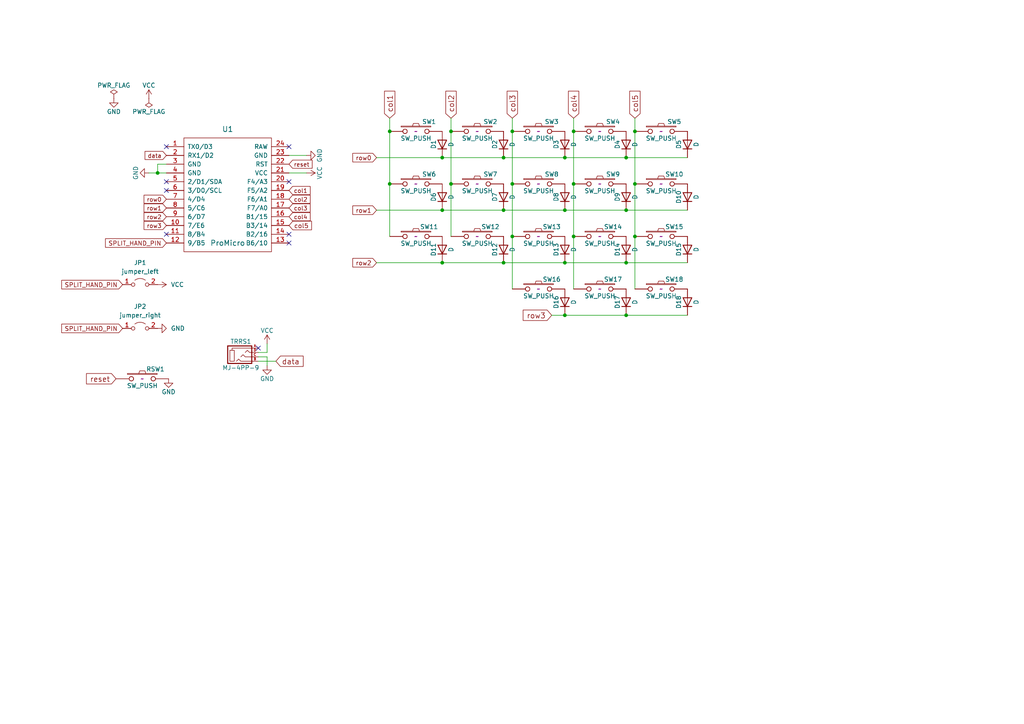
<source format=kicad_sch>
(kicad_sch (version 20211123) (generator eeschema)
  (paper "A4")
  (title_block (title "simple corne mini") (date "2023-02-16") (company "goropikari"))
  (lib_symbols
    (symbol "Device:D" (pin_numbers hide) (pin_names (offset 1.016) hide)
      (property "Reference" "D" (at 0 2.54 0))
      (property "Value" "D" (at 0 -2.54 0))
      (symbol "D_0_1"
        (polyline (pts (xy -1.27 1.27) (xy -1.27 -1.27)) (stroke (width 0.254)))
        (polyline (pts (xy 1.27 0) (xy -1.27 0)))
        (polyline (pts (xy 1.27 1.27) (xy 1.27 -1.27) (xy -1.27 0) (xy 1.27 1.27)) (stroke (width 0.254)))
      )
      (symbol "D_1_1"
        (pin passive line (at -3.81 0 0) (length 2.54) (name "K") (number "1"))
        (pin passive line (at 3.81 0 180) (length 2.54) (name "A") (number "2"))
      )
    )
    (symbol "Jumper:Jumper_2_Open" (pin_names (offset 0) hide)
      (property "Reference" "JP" (at 0 2.794 0))
      (property "Value" "Jumper_2_Open" (at 0 -2.286 0))
      (symbol "Jumper_2_Open_0_0"
        (circle (center -2.032 0) (radius 0.508))
        (circle (center 2.032 0) (radius 0.508))
      )
      (symbol "Jumper_2_Open_0_1"
        (arc (start 1.524 1.27) (mid 0 1.778) (end -1.524 1.27))
      )
      (symbol "Jumper_2_Open_1_1"
        (pin passive line (at -5.08 0 0) (length 2.54) (name "A") (number "1"))
        (pin passive line (at 5.08 0 180) (length 2.54) (name "B") (number "2"))
      )
    )
    (symbol "kbd:MJ-4PP-9" (pin_names (offset 1.016))
      (property "Reference" "J" (at 0 3.81 0))
      (property "Value" "MJ-4PP-9" (at 0 -3.81 0))
      (symbol "MJ-4PP-9_0_1"
        (rectangle (start -1.905 -1.905) (end -3.175 1.27))
        (polyline (pts (xy -2.54 1.27) (xy -2.54 1.905) (xy 3.175 1.905)))
        (polyline (pts (xy -1.27 -1.905) (xy -0.635 -1.27) (xy 0 -1.905) (xy 3.175 -1.905)))
        (polyline (pts (xy 0 -0.635) (xy 0.635 0) (xy 1.27 -0.635) (xy 3.175 -0.635)))
        (polyline (pts (xy 1.27 0.635) (xy 1.905 1.27) (xy 2.54 0.635) (xy 3.175 0.635)))
        (rectangle (start 3.175 2.54) (end -3.81 -2.54) (stroke (width 0.3048)))
      )
      (symbol "MJ-4PP-9_1_1"
        (pin input line (at 5.08 1.905 180) (length 2.0066) (name "~") (number "A"))
        (pin input line (at 5.08 -1.905 180) (length 2.0066) (name "~") (number "B"))
        (pin input line (at 5.08 -0.635 180) (length 2.0066) (name "~") (number "C"))
        (pin input line (at 5.08 0.635 180) (length 2.0066) (name "~") (number "D"))
      )
    )
    (symbol "kbd:ProMicro" (pin_names (offset 1.016))
      (property "Reference" "U" (at 0 19.05 0))
      (property "Value" "ProMicro" (at 0 -19.05 0))
      (symbol "ProMicro_0_1"
        (rectangle (start -12.7 16.51) (end 12.7 -16.51))
      )
      (symbol "ProMicro_1_1"
        (pin bidirectional line (at -17.78 13.97 0) (length 5.08) (name "TX0/D3") (number "1"))
        (pin bidirectional line (at -17.78 -8.89 0) (length 5.08) (name "7/E6") (number "10"))
        (pin bidirectional line (at -17.78 -11.43 0) (length 5.08) (name "8/B4") (number "11"))
        (pin bidirectional line (at -17.78 -13.97 0) (length 5.08) (name "9/B5") (number "12"))
        (pin bidirectional line (at 17.78 -13.97 180) (length 5.08) (name "B6/10") (number "13"))
        (pin bidirectional line (at 17.78 -11.43 180) (length 5.08) (name "B2/16") (number "14"))
        (pin bidirectional line (at 17.78 -8.89 180) (length 5.08) (name "B3/14") (number "15"))
        (pin bidirectional line (at 17.78 -6.35 180) (length 5.08) (name "B1/15") (number "16"))
        (pin bidirectional line (at 17.78 -3.81 180) (length 5.08) (name "F7/A0") (number "17"))
        (pin bidirectional line (at 17.78 -1.27 180) (length 5.08) (name "F6/A1") (number "18"))
        (pin bidirectional line (at 17.78 1.27 180) (length 5.08) (name "F5/A2") (number "19"))
        (pin bidirectional line (at -17.78 11.43 0) (length 5.08) (name "RX1/D2") (number "2"))
        (pin bidirectional line (at 17.78 3.81 180) (length 5.08) (name "F4/A3") (number "20"))
        (pin power_in line (at 17.78 6.35 180) (length 5.08) (name "VCC") (number "21"))
        (pin input line (at 17.78 8.89 180) (length 5.08) (name "RST") (number "22"))
        (pin power_in line (at 17.78 11.43 180) (length 5.08) (name "GND") (number "23"))
        (pin power_out line (at 17.78 13.97 180) (length 5.08) (name "RAW") (number "24"))
        (pin power_in line (at -17.78 8.89 0) (length 5.08) (name "GND") (number "3"))
        (pin power_in line (at -17.78 6.35 0) (length 5.08) (name "GND") (number "4"))
        (pin bidirectional line (at -17.78 3.81 0) (length 5.08) (name "2/D1/SDA") (number "5"))
        (pin bidirectional line (at -17.78 1.27 0) (length 5.08) (name "3/D0/SCL") (number "6"))
        (pin bidirectional line (at -17.78 -1.27 0) (length 5.08) (name "4/D4") (number "7"))
        (pin bidirectional line (at -17.78 -3.81 0) (length 5.08) (name "5/C6") (number "8"))
        (pin bidirectional line (at -17.78 -6.35 0) (length 5.08) (name "6/D7") (number "9"))
      )
    )
    (symbol "kbd:SW_PUSH" (pin_numbers hide) (pin_names (offset 1.016) hide)
      (property "Reference" "SW" (at 3.81 2.794 0))
      (property "Value" "SW_PUSH" (at 0 -2.032 0))
      (symbol "SW_PUSH_0_1"
        (rectangle (start -4.318 1.27) (end 4.318 1.524))
        (polyline (pts (xy -1.016 1.524) (xy -0.762 2.286) (xy 0.762 2.286) (xy 1.016 1.524)))
        (pin passive inverted (at -7.62 0 0) (length 5.08) (name "1") (number "1"))
        (pin passive inverted (at 7.62 0 180) (length 5.08) (name "2") (number "2"))
      )
    )
    (symbol "power:GND" (power) (pin_names (offset 0))
      (property "Value" "GND" (at 0 -3.81 0))
      (symbol "GND_0_1"
        (polyline (pts (xy 0 0) (xy 0 -1.27) (xy 1.27 -1.27) (xy 0 -2.54) (xy -1.27 -1.27) (xy 0 -1.27)))
      )
      (symbol "GND_1_1"
        (pin power_in line (at 0 0 270) (length 0) hide (name "GND") (number "1"))
      )
    )
    (symbol "power:PWR_FLAG" (power) (pin_numbers hide) (pin_names (offset 0) hide)
      (property "Value" "PWR_FLAG" (at 0 3.81 0))
      (symbol "PWR_FLAG_0_0"
        (pin power_out line (at 0 0 90) (length 0) (name "pwr") (number "1"))
      )
      (symbol "PWR_FLAG_0_1"
        (polyline (pts (xy 0 0) (xy 0 1.27) (xy -1.016 1.905) (xy 0 2.54) (xy 1.016 1.905) (xy 0 1.27)))
      )
    )
    (symbol "power:VCC" (power) (pin_names (offset 0))
      (property "Value" "VCC" (at 0 3.81 0))
      (symbol "VCC_0_1"
        (polyline (pts (xy -0.762 1.27) (xy 0 2.54)))
        (polyline (pts (xy 0 0) (xy 0 2.54)))
        (polyline (pts (xy 0 2.54) (xy 0.762 1.27)))
      )
      (symbol "VCC_1_1"
        (pin power_in line (at 0 0 90) (length 0) hide (name "VCC") (number "1"))
      )
    )
  )
  (junction (at 166.37 38.1))
  (junction (at 181.61 76.2))
  (junction (at 163.83 76.2))
  (junction (at 128.27 76.2))
  (junction (at 45.72 50.165))
  (junction (at 163.83 45.72))
  (junction (at 128.27 45.72))
  (junction (at 166.37 53.34))
  (junction (at 184.15 53.34))
  (junction (at 181.61 91.44))
  (junction (at 148.59 38.1))
  (junction (at 181.61 45.72))
  (junction (at 113.03 53.34))
  (junction (at 163.83 91.44))
  (junction (at 146.05 60.96))
  (junction (at 184.15 68.58))
  (junction (at 163.83 60.96))
  (junction (at 130.81 53.34))
  (junction (at 146.05 76.2))
  (junction (at 181.61 60.96))
  (junction (at 166.37 68.58))
  (junction (at 148.59 53.34))
  (junction (at 146.05 45.72))
  (junction (at 128.27 60.96))
  (junction (at 184.15 38.1))
  (junction (at 130.81 38.1))
  (junction (at 148.59 68.58))
  (junction (at 113.03 38.1))
  (no_connect (at 83.82 67.945))
  (no_connect (at 48.26 42.545))
  (no_connect (at 83.82 70.485))
  (no_connect (at 48.26 55.245))
  (no_connect (at 83.82 52.705))
  (no_connect (at 48.26 67.945))
  (no_connect (at 48.26 52.705))
  (no_connect (at 83.82 42.545))
  (no_connect (at 74.93 100.965))
  (wire (pts (xy 184.15 68.58) (xy 184.15 83.82)))
  (wire (pts (xy 113.03 38.1) (xy 113.03 53.34)))
  (wire (pts (xy 181.61 60.96) (xy 199.39 60.96)))
  (wire (pts (xy 181.61 45.72) (xy 199.39 45.72)))
  (wire (pts (xy 77.47 103.505) (xy 77.47 106.045)))
  (wire (pts (xy 45.72 47.625) (xy 45.72 50.165)))
  (wire (pts (xy 148.59 34.29) (xy 148.59 38.1)))
  (wire (pts (xy 146.05 60.96) (xy 163.83 60.96)))
  (wire (pts (xy 109.22 76.2) (xy 128.27 76.2)))
  (wire (pts (xy 163.83 91.44) (xy 181.61 91.44)))
  (wire (pts (xy 166.37 68.58) (xy 166.37 83.82)))
  (wire (pts (xy 148.59 68.58) (xy 148.59 83.82)))
  (wire (pts (xy 77.47 102.235) (xy 77.47 99.695)))
  (wire (pts (xy 128.27 60.96) (xy 146.05 60.96)))
  (wire (pts (xy 128.27 76.2) (xy 146.05 76.2)))
  (wire (pts (xy 166.37 38.1) (xy 166.37 53.34)))
  (wire (pts (xy 113.03 53.34) (xy 113.03 68.58)))
  (wire (pts (xy 130.81 34.29) (xy 130.81 38.1)))
  (wire (pts (xy 163.83 45.72) (xy 181.61 45.72)))
  (wire (pts (xy 74.93 102.235) (xy 77.47 102.235)))
  (wire (pts (xy 74.93 103.505) (xy 77.47 103.505)))
  (wire (pts (xy 166.37 34.29) (xy 166.37 38.1)))
  (wire (pts (xy 163.83 60.96) (xy 181.61 60.96)))
  (wire (pts (xy 163.83 76.2) (xy 181.61 76.2)))
  (wire (pts (xy 146.05 45.72) (xy 163.83 45.72)))
  (wire (pts (xy 148.59 38.1) (xy 148.59 53.34)))
  (wire (pts (xy 148.59 53.34) (xy 148.59 68.58)))
  (wire (pts (xy 160.02 91.44) (xy 163.83 91.44)))
  (wire (pts (xy 166.37 53.34) (xy 166.37 68.58)))
  (wire (pts (xy 74.93 104.775) (xy 80.01 104.775)))
  (wire (pts (xy 146.05 76.2) (xy 163.83 76.2)))
  (wire (pts (xy 83.82 45.085) (xy 88.9 45.085)))
  (wire (pts (xy 128.27 45.72) (xy 146.05 45.72)))
  (wire (pts (xy 113.03 34.29) (xy 113.03 38.1)))
  (wire (pts (xy 109.22 45.72) (xy 128.27 45.72)))
  (wire (pts (xy 45.72 50.165) (xy 48.26 50.165)))
  (wire (pts (xy 109.22 60.96) (xy 128.27 60.96)))
  (wire (pts (xy 48.26 47.625) (xy 45.72 47.625)))
  (wire (pts (xy 130.81 53.34) (xy 130.81 68.58)))
  (wire (pts (xy 184.15 38.1) (xy 184.15 53.34)))
  (wire (pts (xy 181.61 91.44) (xy 199.39 91.44)))
  (wire (pts (xy 184.15 34.29) (xy 184.15 38.1)))
  (wire (pts (xy 130.81 38.1) (xy 130.81 53.34)))
  (wire (pts (xy 43.18 50.165) (xy 45.72 50.165)))
  (wire (pts (xy 184.15 53.34) (xy 184.15 68.58)))
  (wire (pts (xy 181.61 76.2) (xy 199.39 76.2)))
  (wire (pts (xy 83.82 50.165) (xy 88.9 50.165)))
  (global_label "row1" (shape input) (at 109.22 60.96 180) (property "シート間のリファレンス" "${INTERSHEET_REFS}" (effects hide)))
  (global_label "col3" (shape input) (at 148.59 34.29 90) (effects (font (size 1.524 1.524))) (property "シート間のリファレンス" "${INTERSHEET_REFS}" (effects hide)))
  (global_label "row2" (shape input) (at 109.22 76.2 180) (property "シート間のリファレンス" "${INTERSHEET_REFS}" (effects hide)))
  (global_label "SPLIT_HAND_PIN" (shape input) (at 35.56 82.55 180) (property "シート間のリファレンス" "${INTERSHEET_REFS}" (effects hide)))
  (global_label "row1" (shape input) (at 48.26 60.325 180) (effects (font (size 1.1938 1.1938))) (property "シート間のリファレンス" "${INTERSHEET_REFS}" (effects hide)))
  (global_label "row0" (shape input) (at 109.22 45.72 180) (property "シート間のリファレンス" "${INTERSHEET_REFS}" (effects hide)))
  (global_label "SPLIT_HAND_PIN" (shape input) (at 48.26 70.485 180) (property "シート間のリファレンス" "${INTERSHEET_REFS}" (effects hide)))
  (global_label "col2" (shape input) (at 83.82 57.785 0) (effects (font (size 1.1938 1.1938))) (property "シート間のリファレンス" "${INTERSHEET_REFS}" (effects hide)))
  (global_label "row3" (shape input) (at 160.02 91.44 180) (effects (font (size 1.524 1.524))) (property "シート間のリファレンス" "${INTERSHEET_REFS}" (effects hide)))
  (global_label "col4" (shape input) (at 83.82 62.865 0) (effects (font (size 1.1938 1.1938))) (property "シート間のリファレンス" "${INTERSHEET_REFS}" (effects hide)))
  (global_label "col5" (shape input) (at 184.15 34.29 90) (effects (font (size 1.524 1.524))) (property "シート間のリファレンス" "${INTERSHEET_REFS}" (effects hide)))
  (global_label "reset" (shape input) (at 83.82 47.625 0) (effects (font (size 1.1938 1.1938))) (property "シート間のリファレンス" "${INTERSHEET_REFS}" (effects hide)))
  (global_label "col2" (shape input) (at 130.81 34.29 90) (effects (font (size 1.524 1.524))) (property "シート間のリファレンス" "${INTERSHEET_REFS}" (effects hide)))
  (global_label "SPLIT_HAND_PIN" (shape input) (at 35.56 95.25 180) (property "シート間のリファレンス" "${INTERSHEET_REFS}" (effects hide)))
  (global_label "col3" (shape input) (at 83.82 60.325 0) (effects (font (size 1.1938 1.1938))) (property "シート間のリファレンス" "${INTERSHEET_REFS}" (effects hide)))
  (global_label "col4" (shape input) (at 166.37 34.29 90) (effects (font (size 1.524 1.524))) (property "シート間のリファレンス" "${INTERSHEET_REFS}" (effects hide)))
  (global_label "row2" (shape input) (at 48.26 62.865 180) (effects (font (size 1.1938 1.1938))) (property "シート間のリファレンス" "${INTERSHEET_REFS}" (effects hide)))
  (global_label "col1" (shape input) (at 83.82 55.245 0) (effects (font (size 1.1938 1.1938))) (property "シート間のリファレンス" "${INTERSHEET_REFS}" (effects hide)))
  (global_label "data" (shape input) (at 48.26 45.085 180) (effects (font (size 1.1938 1.1938))) (property "シート間のリファレンス" "${INTERSHEET_REFS}" (effects hide)))
  (global_label "reset" (shape input) (at 33.655 109.855 180) (effects (font (size 1.524 1.524))) (property "シート間のリファレンス" "${INTERSHEET_REFS}" (effects hide)))
  (global_label "col5" (shape input) (at 83.82 65.405 0) (property "シート間のリファレンス" "${INTERSHEET_REFS}" (effects hide)))
  (global_label "data" (shape input) (at 80.01 104.775 0) (effects (font (size 1.524 1.524))) (property "シート間のリファレンス" "${INTERSHEET_REFS}" (effects hide)))
  (global_label "row3" (shape input) (at 48.26 65.405 180) (effects (font (size 1.1938 1.1938))) (property "シート間のリファレンス" "${INTERSHEET_REFS}" (effects hide)))
  (global_label "col1" (shape input) (at 113.03 34.29 90) (effects (font (size 1.524 1.524))) (property "シート間のリファレンス" "${INTERSHEET_REFS}" (effects hide)))
  (global_label "row0" (shape input) (at 48.26 57.785 180) (effects (font (size 1.1938 1.1938))) (property "シート間のリファレンス" "${INTERSHEET_REFS}" (effects hide)))
  (symbol (lib_id "kbd:SW_PUSH") (at 120.65 38.1 0) (unit 1)
    (property "Reference" "SW1" (at 124.46 35.306 0))
    (property "Value" "SW_PUSH" (at 120.65 40.132 0))
    (property "Footprint" "footprint_goropikari:CherryMX_MidHeight_Hotswap" (effects hide))
    (property "Datasheet" "~" (at 120.65 38.1 0))
  )
  (symbol (lib_id "Device:D") (at 128.27 41.91 90) (unit 1)
    (property "Reference" "D1" (at 125.73 41.91 0))
    (property "Value" "D" (at 130.81 41.91 0))
    (property "Footprint" "footprint_goropikari:D3_SMD" (effects hide))
  )
  (symbol (lib_id "kbd:SW_PUSH") (at 138.43 38.1 0) (unit 1)
    (property "Reference" "SW2" (at 142.24 35.306 0))
    (property "Value" "SW_PUSH" (at 138.43 40.132 0))
    (property "Footprint" "footprint_goropikari:CherryMX_MidHeight_Hotswap" (effects hide))
    (property "Datasheet" "~" (at 138.43 38.1 0))
  )
  (symbol (lib_id "Device:D") (at 146.05 41.91 90) (unit 1)
    (property "Reference" "D2" (at 143.51 41.91 0))
    (property "Value" "D" (at 148.59 41.91 0))
    (property "Footprint" "footprint_goropikari:D3_SMD" (effects hide))
  )
  (symbol (lib_id "kbd:SW_PUSH") (at 156.21 38.1 0) (unit 1)
    (property "Reference" "SW3" (at 160.02 35.306 0))
    (property "Value" "SW_PUSH" (at 156.21 40.132 0))
    (property "Footprint" "footprint_goropikari:CherryMX_MidHeight_Hotswap" (effects hide))
    (property "Datasheet" "~" (at 156.21 38.1 0))
  )
  (symbol (lib_id "kbd:SW_PUSH") (at 173.99 38.1 0) (unit 1)
    (property "Reference" "SW4" (at 177.8 35.306 0))
    (property "Value" "SW_PUSH" (at 173.99 40.132 0))
    (property "Footprint" "footprint_goropikari:CherryMX_MidHeight_Hotswap" (effects hide))
    (property "Datasheet" "~" (at 173.99 38.1 0))
  )
  (symbol (lib_id "kbd:SW_PUSH") (at 191.77 38.1 0) (unit 1)
    (property "Reference" "SW5" (at 195.58 35.306 0))
    (property "Value" "SW_PUSH" (at 191.77 40.132 0))
    (property "Footprint" "footprint_goropikari:CherryMX_MidHeight_Hotswap" (effects hide))
    (property "Datasheet" "~" (at 191.77 38.1 0))
  )
  (symbol (lib_id "Device:D") (at 163.83 41.91 90) (unit 1)
    (property "Reference" "D3" (at 161.29 41.91 0))
    (property "Value" "D" (at 166.37 41.91 0))
    (property "Footprint" "footprint_goropikari:D3_SMD" (effects hide))
  )
  (symbol (lib_id "Device:D") (at 181.61 41.91 90) (unit 1)
    (property "Reference" "D4" (at 179.07 41.91 0))
    (property "Value" "D" (at 184.15 41.91 0))
    (property "Footprint" "footprint_goropikari:D3_SMD" (effects hide))
  )
  (symbol (lib_id "Device:D") (at 199.39 41.91 90) (unit 1)
    (property "Reference" "D5" (at 196.85 41.91 0))
    (property "Value" "D" (at 201.93 41.91 0))
    (property "Footprint" "footprint_goropikari:D3_SMD" (effects hide))
  )
  (symbol (lib_id "kbd:SW_PUSH") (at 120.65 53.34 0) (unit 1)
    (property "Reference" "SW6" (at 124.46 50.546 0))
    (property "Value" "SW_PUSH" (at 120.65 55.372 0))
    (property "Footprint" "footprint_goropikari:CherryMX_MidHeight_Hotswap" (effects hide))
    (property "Datasheet" "~" (at 120.65 53.34 0))
  )
  (symbol (lib_id "Device:D") (at 128.27 57.15 90) (unit 1)
    (property "Reference" "D6" (at 125.73 57.15 0))
    (property "Value" "D" (at 130.81 57.15 0))
    (property "Footprint" "footprint_goropikari:D3_SMD" (effects hide))
  )
  (symbol (lib_id "kbd:SW_PUSH") (at 138.43 53.34 0) (unit 1)
    (property "Reference" "SW7" (at 142.24 50.546 0))
    (property "Value" "SW_PUSH" (at 138.43 55.372 0))
    (property "Footprint" "footprint_goropikari:CherryMX_MidHeight_Hotswap" (effects hide))
    (property "Datasheet" "~" (at 138.43 53.34 0))
  )
  (symbol (lib_id "Device:D") (at 146.05 57.15 90) (unit 1)
    (property "Reference" "D7" (at 143.51 57.15 0))
    (property "Value" "D" (at 148.59 57.15 0))
    (property "Footprint" "footprint_goropikari:D3_SMD" (effects hide))
  )
  (symbol (lib_id "kbd:SW_PUSH") (at 156.21 53.34 0) (unit 1)
    (property "Reference" "SW8" (at 160.02 50.546 0))
    (property "Value" "SW_PUSH" (at 156.21 55.372 0))
    (property "Footprint" "footprint_goropikari:CherryMX_MidHeight_Hotswap" (effects hide))
    (property "Datasheet" "~" (at 156.21 53.34 0))
  )
  (symbol (lib_id "kbd:SW_PUSH") (at 173.99 53.34 0) (unit 1)
    (property "Reference" "SW9" (at 177.8 50.546 0))
    (property "Value" "SW_PUSH" (at 173.99 55.372 0))
    (property "Footprint" "footprint_goropikari:CherryMX_MidHeight_Hotswap" (effects hide))
    (property "Datasheet" "~" (at 173.99 53.34 0))
  )
  (symbol (lib_id "kbd:SW_PUSH") (at 191.77 53.34 0) (unit 1)
    (property "Reference" "SW10" (at 195.58 50.546 0))
    (property "Value" "SW_PUSH" (at 191.77 55.372 0))
    (property "Footprint" "footprint_goropikari:CherryMX_MidHeight_Hotswap" (effects hide))
    (property "Datasheet" "~" (at 191.77 53.34 0))
  )
  (symbol (lib_id "Device:D") (at 163.83 57.15 90) (unit 1)
    (property "Reference" "D8" (at 161.29 57.15 0))
    (property "Value" "D" (at 166.37 57.15 0))
    (property "Footprint" "footprint_goropikari:D3_SMD" (effects hide))
  )
  (symbol (lib_id "Device:D") (at 181.61 57.15 90) (unit 1)
    (property "Reference" "D9" (at 179.07 57.15 0))
    (property "Value" "D" (at 184.15 57.15 0))
    (property "Footprint" "footprint_goropikari:D3_SMD" (effects hide))
  )
  (symbol (lib_id "Device:D") (at 199.39 57.15 90) (unit 1)
    (property "Reference" "D10" (at 196.85 57.15 0))
    (property "Value" "D" (at 201.93 57.15 0))
    (property "Footprint" "footprint_goropikari:D3_SMD" (effects hide))
  )
  (symbol (lib_id "kbd:SW_PUSH") (at 120.65 68.58 0) (unit 1)
    (property "Reference" "SW11" (at 124.46 65.786 0))
    (property "Value" "SW_PUSH" (at 120.65 70.612 0))
    (property "Footprint" "footprint_goropikari:CherryMX_MidHeight_Hotswap" (effects hide))
    (property "Datasheet" "~" (at 120.65 68.58 0))
  )
  (symbol (lib_id "Device:D") (at 128.27 72.39 90) (unit 1)
    (property "Reference" "D11" (at 125.73 72.39 0))
    (property "Value" "D" (at 130.81 72.39 0))
    (property "Footprint" "footprint_goropikari:D3_SMD" (effects hide))
  )
  (symbol (lib_id "kbd:SW_PUSH") (at 138.43 68.58 0) (unit 1)
    (property "Reference" "SW12" (at 142.24 65.786 0))
    (property "Value" "SW_PUSH" (at 138.43 70.612 0))
    (property "Footprint" "footprint_goropikari:CherryMX_MidHeight_Hotswap" (effects hide))
    (property "Datasheet" "~" (at 138.43 68.58 0))
  )
  (symbol (lib_id "Device:D") (at 146.05 72.39 90) (unit 1)
    (property "Reference" "D12" (at 143.51 72.39 0))
    (property "Value" "D" (at 148.59 72.39 0))
    (property "Footprint" "footprint_goropikari:D3_SMD" (effects hide))
  )
  (symbol (lib_id "kbd:SW_PUSH") (at 156.21 68.58 0) (unit 1)
    (property "Reference" "SW13" (at 160.02 65.786 0))
    (property "Value" "SW_PUSH" (at 156.21 70.612 0))
    (property "Footprint" "footprint_goropikari:CherryMX_MidHeight_Hotswap" (effects hide))
    (property "Datasheet" "~" (at 156.21 68.58 0))
  )
  (symbol (lib_id "kbd:SW_PUSH") (at 173.99 68.58 0) (unit 1)
    (property "Reference" "SW14" (at 177.8 65.786 0))
    (property "Value" "SW_PUSH" (at 173.99 70.612 0))
    (property "Footprint" "footprint_goropikari:CherryMX_MidHeight_Hotswap" (effects hide))
    (property "Datasheet" "~" (at 173.99 68.58 0))
  )
  (symbol (lib_id "kbd:SW_PUSH") (at 191.77 68.58 0) (unit 1)
    (property "Reference" "SW15" (at 195.58 65.786 0))
    (property "Value" "SW_PUSH" (at 191.77 70.612 0))
    (property "Footprint" "footprint_goropikari:CherryMX_MidHeight_Hotswap" (effects hide))
    (property "Datasheet" "~" (at 191.77 68.58 0))
  )
  (symbol (lib_id "Device:D") (at 163.83 72.39 90) (unit 1)
    (property "Reference" "D13" (at 161.29 72.39 0))
    (property "Value" "D" (at 166.37 72.39 0))
    (property "Footprint" "footprint_goropikari:D3_SMD" (effects hide))
  )
  (symbol (lib_id "Device:D") (at 181.61 72.39 90) (unit 1)
    (property "Reference" "D14" (at 179.07 72.39 0))
    (property "Value" "D" (at 184.15 72.39 0))
    (property "Footprint" "footprint_goropikari:D3_SMD" (effects hide))
  )
  (symbol (lib_id "Device:D") (at 199.39 72.39 90) (unit 1)
    (property "Reference" "D15" (at 196.85 72.39 0))
    (property "Value" "D" (at 201.93 72.39 0))
    (property "Footprint" "footprint_goropikari:D3_SMD" (effects hide))
  )
  (symbol (lib_id "kbd:SW_PUSH") (at 173.99 83.82 0) (unit 1)
    (property "Reference" "SW17" (at 177.8 81.026 0))
    (property "Value" "SW_PUSH" (at 173.99 85.852 0))
    (property "Footprint" "footprint_goropikari:CherryMX_MidHeight_Hotswap" (effects hide))
    (property "Datasheet" "~" (at 173.99 83.82 0))
  )
  (symbol (lib_id "Device:D") (at 181.61 87.63 90) (unit 1)
    (property "Reference" "D17" (at 179.07 87.63 0))
    (property "Value" "D" (at 184.15 87.63 0))
    (property "Footprint" "footprint_goropikari:D3_SMD" (effects hide))
  )
  (symbol (lib_id "kbd:SW_PUSH") (at 191.77 83.82 0) (unit 1)
    (property "Reference" "SW18" (at 195.58 81.026 0))
    (property "Value" "SW_PUSH" (at 191.77 85.852 0))
    (property "Footprint" "footprint_goropikari:CherryMX_MidHeight_Hotswap" (effects hide))
    (property "Datasheet" "~" (at 191.77 83.82 0))
  )
  (symbol (lib_id "Device:D") (at 199.39 87.63 90) (unit 1)
    (property "Reference" "D18" (at 196.85 87.63 0))
    (property "Value" "D" (at 201.93 87.63 0))
    (property "Footprint" "footprint_goropikari:D3_SMD" (effects hide))
  )
  (symbol (lib_id "kbd:SW_PUSH") (at 156.21 83.82 0) (unit 1)
    (property "Reference" "SW16" (at 160.02 81.026 0))
    (property "Value" "SW_PUSH" (at 156.21 85.852 0))
    (property "Footprint" "footprint_goropikari:CherryMX_MidHeight_Hotswap" (effects hide))
    (property "Datasheet" "~" (at 156.21 83.82 0))
  )
  (symbol (lib_id "Device:D") (at 163.83 87.63 90) (unit 1)
    (property "Reference" "D16" (at 161.29 87.63 0))
    (property "Value" "D" (at 166.37 87.63 0))
    (property "Footprint" "footprint_goropikari:D3_SMD" (effects hide))
  )
  (symbol (lib_id "power:GND") (at 88.9 45.085 90) (unit 1)
    (property "Reference" "#PWR03" (effects hide))
    (property "Value" "GND" (at 92.71 45.085 0))
  )
  (symbol (lib_id "power:VCC") (at 88.9 50.165 270) (unit 1)
    (property "Reference" "#PWR05" (effects hide))
    (property "Value" "VCC" (at 92.71 50.165 0))
  )
  (symbol (lib_id "power:GND") (at 43.18 50.165 270) (unit 1)
    (property "Reference" "#PWR04" (effects hide))
    (property "Value" "GND" (at 39.37 50.165 0))
  )
  (symbol (lib_id "power:GND") (at 33.02 28.575 0) (unit 1)
    (property "Reference" "#PWR01" (effects hide))
    (property "Value" "GND" (at 33.02 32.385 0))
  )
  (symbol (lib_id "power:VCC") (at 43.18 28.575 0) (unit 1)
    (property "Reference" "#PWR02" (effects hide))
    (property "Value" "VCC" (at 43.18 24.765 0))
  )
  (symbol (lib_id "power:PWR_FLAG") (at 43.18 28.575 180) (unit 1)
    (property "Reference" "#FLG02" (effects hide))
    (property "Value" "PWR_FLAG" (at 43.18 32.385 0))
  )
  (symbol (lib_id "power:PWR_FLAG") (at 33.02 28.575 0) (unit 1)
    (property "Reference" "#FLG01" (effects hide))
    (property "Value" "PWR_FLAG" (at 33.02 24.765 0))
  )
  (symbol (lib_id "kbd:SW_PUSH") (at 41.275 109.855 0) (unit 1)
    (property "Reference" "RSW1" (at 45.085 107.061 0))
    (property "Value" "SW_PUSH" (at 41.275 111.887 0))
    (property "Footprint" "footprint_goropikari:ResetSW" (effects hide))
    (property "Datasheet" "~" (at 41.275 109.855 0))
  )
  (symbol (lib_id "power:GND") (at 48.895 109.855 0) (unit 1)
    (property "Reference" "#PWR07" (effects hide))
    (property "Value" "GND" (at 48.895 113.665 0))
  )
  (symbol (lib_id "power:VCC") (at 77.47 99.695 0) (unit 1)
    (property "Reference" "#PWR06" (effects hide))
    (property "Value" "VCC" (at 77.47 95.885 0))
  )
  (symbol (lib_id "power:GND") (at 77.47 106.045 0) (unit 1)
    (property "Reference" "#PWR08" (effects hide))
    (property "Value" "GND" (at 77.47 109.855 0))
  )
  (symbol (lib_id "kbd:MJ-4PP-9") (at 69.85 102.87 0) (unit 1)
    (property "Reference" "TRRS1" (at 69.85 99.06 0))
    (property "Value" "MJ-4PP-9" (at 69.85 106.68 0))
    (property "Footprint" "footprint_goropikari:MJ-4PP-9" (effects hide))
  )
  (symbol (lib_id "power:VCC") (at 45.72 82.55 270) (unit 1)
    (property "Reference" "#PWR09" (effects hide))
    (property "Value" "VCC" (at 49.53 82.5499 90) (effects (justify left)))
  )
  (symbol (lib_id "power:GND") (at 45.72 95.25 90) (unit 1)
    (property "Reference" "#PWR010" (effects hide))
    (property "Value" "GND" (at 49.53 95.2499 90) (effects (justify right)))
  )
  (symbol (lib_id "Jumper:Jumper_2_Open") (at 40.64 82.55 0) (unit 1)
    (property "Reference" "JP1" (at 40.64 76.2 0))
    (property "Value" "jumper_left" (at 40.64 78.74 0))
    (property "Footprint" "Jumper:SolderJumper-2_P1.3mm_Open_TrianglePad1.0x1.5mm" (effects hide))
  )
  (symbol (lib_id "Jumper:Jumper_2_Open") (at 40.64 95.25 0) (unit 1)
    (property "Reference" "JP2" (at 40.64 88.9 0))
    (property "Value" "jumper_right" (at 40.64 91.44 0))
    (property "Footprint" "Jumper:SolderJumper-2_P1.3mm_Open_TrianglePad1.0x1.5mm" (effects hide))
  )
  (symbol (lib_id "kbd:ProMicro") (at 66.04 56.515 0) (unit 1)
    (property "Reference" "U1" (at 66.04 37.465 0) (effects (font (size 1.524 1.524))))
    (property "Value" "ProMicro" (at 66.04 70.485 0) (effects (font (size 1.524 1.524))))
    (property "Footprint" "footprint_goropikari:ProMicro_reversible" (effects hide))
  )
)
</source>
